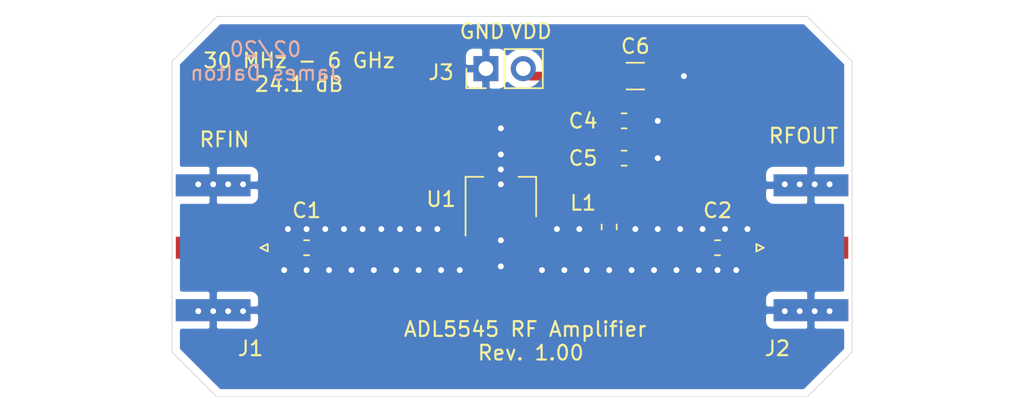
<source format=kicad_pcb>
(kicad_pcb (version 20171130) (host pcbnew "(5.1.5)-3")

  (general
    (thickness 1.6)
    (drawings 15)
    (tracks 84)
    (zones 0)
    (modules 10)
    (nets 7)
  )

  (page A4)
  (layers
    (0 F.Cu signal)
    (31 B.Cu signal hide)
    (32 B.Adhes user)
    (33 F.Adhes user)
    (34 B.Paste user)
    (35 F.Paste user)
    (36 B.SilkS user)
    (37 F.SilkS user)
    (38 B.Mask user)
    (39 F.Mask user)
    (40 Dwgs.User user)
    (41 Cmts.User user)
    (42 Eco1.User user)
    (43 Eco2.User user)
    (44 Edge.Cuts user)
    (45 Margin user)
    (46 B.CrtYd user)
    (47 F.CrtYd user)
    (48 B.Fab user)
    (49 F.Fab user)
  )

  (setup
    (last_trace_width 0.25)
    (trace_clearance 0.2)
    (zone_clearance 0.508)
    (zone_45_only no)
    (trace_min 0.006)
    (via_size 0.8)
    (via_drill 0.4)
    (via_min_size 0.02)
    (via_min_drill 0.01)
    (uvia_size 0.3)
    (uvia_drill 0.1)
    (uvias_allowed no)
    (uvia_min_size 0.2)
    (uvia_min_drill 0.1)
    (edge_width 0.05)
    (segment_width 0.2)
    (pcb_text_width 0.3)
    (pcb_text_size 1.5 1.5)
    (mod_edge_width 0.12)
    (mod_text_size 1 1)
    (mod_text_width 0.15)
    (pad_size 1.524 1.524)
    (pad_drill 0.762)
    (pad_to_mask_clearance 0.0508)
    (solder_mask_min_width 0.101)
    (aux_axis_origin 0 0)
    (visible_elements 7FFFFFFF)
    (pcbplotparams
      (layerselection 0x010fc_ffffffff)
      (usegerberextensions false)
      (usegerberattributes false)
      (usegerberadvancedattributes false)
      (creategerberjobfile false)
      (excludeedgelayer true)
      (linewidth 0.100000)
      (plotframeref false)
      (viasonmask false)
      (mode 1)
      (useauxorigin false)
      (hpglpennumber 1)
      (hpglpenspeed 20)
      (hpglpendiameter 15.000000)
      (psnegative false)
      (psa4output false)
      (plotreference true)
      (plotvalue true)
      (plotinvisibletext false)
      (padsonsilk false)
      (subtractmaskfromsilk false)
      (outputformat 1)
      (mirror false)
      (drillshape 0)
      (scaleselection 1)
      (outputdirectory "gerber/"))
  )

  (net 0 "")
  (net 1 "Net-(C1-Pad1)")
  (net 2 GND)
  (net 3 "Net-(C2-Pad2)")
  (net 4 "Net-(C1-Pad2)")
  (net 5 "Net-(C2-Pad1)")
  (net 6 +5V)

  (net_class Default "This is the default net class."
    (clearance 0.2)
    (trace_width 0.25)
    (via_dia 0.8)
    (via_drill 0.4)
    (uvia_dia 0.3)
    (uvia_drill 0.1)
  )

  (net_class Power ""
    (clearance 0.2)
    (trace_width 0.6)
    (via_dia 0.8)
    (via_drill 0.4)
    (uvia_dia 0.3)
    (uvia_drill 0.1)
    (add_net +5V)
    (add_net GND)
  )

  (net_class RF ""
    (clearance 0.2)
    (trace_width 1.3)
    (via_dia 0.8)
    (via_drill 0.4)
    (uvia_dia 0.3)
    (uvia_drill 0.1)
    (add_net "Net-(C1-Pad1)")
    (add_net "Net-(C1-Pad2)")
    (add_net "Net-(C2-Pad1)")
    (add_net "Net-(C2-Pad2)")
  )

  (module Connector_Coaxial:SMA_Amphenol_132289_EdgeMount (layer F.Cu) (tedit 5A1C1810) (tstamp 5E45506D)
    (at 92.71 142.24 180)
    (descr http://www.amphenolrf.com/132289.html)
    (tags SMA)
    (path /5E452B15)
    (attr smd)
    (fp_text reference J1 (at -2.54 -6.858 180) (layer F.SilkS)
      (effects (font (size 1 1) (thickness 0.15)))
    )
    (fp_text value Conn_Coaxial (at 5 6) (layer F.Fab)
      (effects (font (size 1 1) (thickness 0.15)))
    )
    (fp_line (start -3.71 0.25) (end -3.21 0) (layer F.SilkS) (width 0.12))
    (fp_line (start -3.71 -0.25) (end -3.71 0.25) (layer F.SilkS) (width 0.12))
    (fp_line (start -3.21 0) (end -3.71 -0.25) (layer F.SilkS) (width 0.12))
    (fp_line (start 3.54 0) (end 2.54 0.75) (layer F.Fab) (width 0.1))
    (fp_line (start 2.54 -0.75) (end 3.54 0) (layer F.Fab) (width 0.1))
    (fp_text user %R (at 4.79 0 270) (layer F.Fab)
      (effects (font (size 1 1) (thickness 0.15)))
    )
    (fp_line (start 14.47 -5.58) (end -3.04 -5.58) (layer F.CrtYd) (width 0.05))
    (fp_line (start 14.47 -5.58) (end 14.47 5.58) (layer F.CrtYd) (width 0.05))
    (fp_line (start 14.47 5.58) (end -3.04 5.58) (layer F.CrtYd) (width 0.05))
    (fp_line (start -3.04 5.58) (end -3.04 -5.58) (layer F.CrtYd) (width 0.05))
    (fp_line (start 14.47 -5.58) (end -3.04 -5.58) (layer B.CrtYd) (width 0.05))
    (fp_line (start 14.47 -5.58) (end 14.47 5.58) (layer B.CrtYd) (width 0.05))
    (fp_line (start 14.47 5.58) (end -3.04 5.58) (layer B.CrtYd) (width 0.05))
    (fp_line (start -3.04 5.58) (end -3.04 -5.58) (layer B.CrtYd) (width 0.05))
    (fp_line (start 4.445 -3.81) (end 13.97 -3.81) (layer F.Fab) (width 0.1))
    (fp_line (start 13.97 -3.81) (end 13.97 3.81) (layer F.Fab) (width 0.1))
    (fp_line (start 13.97 3.81) (end 4.445 3.81) (layer F.Fab) (width 0.1))
    (fp_line (start 4.445 5.08) (end 4.445 3.81) (layer F.Fab) (width 0.1))
    (fp_line (start 4.445 -3.81) (end 4.445 -5.08) (layer F.Fab) (width 0.1))
    (fp_line (start -1.91 -5.08) (end 4.445 -5.08) (layer F.Fab) (width 0.1))
    (fp_line (start -1.91 -5.08) (end -1.91 -3.81) (layer F.Fab) (width 0.1))
    (fp_line (start -1.91 -3.81) (end 2.54 -3.81) (layer F.Fab) (width 0.1))
    (fp_line (start 2.54 -3.81) (end 2.54 3.81) (layer F.Fab) (width 0.1))
    (fp_line (start 2.54 3.81) (end -1.91 3.81) (layer F.Fab) (width 0.1))
    (fp_line (start -1.91 3.81) (end -1.91 5.08) (layer F.Fab) (width 0.1))
    (fp_line (start -1.91 5.08) (end 4.445 5.08) (layer F.Fab) (width 0.1))
    (pad 2 smd rect (at 0 4.25 270) (size 1.5 5.08) (layers B.Cu B.Paste B.Mask)
      (net 2 GND))
    (pad 2 smd rect (at 0 -4.25 270) (size 1.5 5.08) (layers B.Cu B.Paste B.Mask)
      (net 2 GND))
    (pad 2 smd rect (at 0 4.25 270) (size 1.5 5.08) (layers F.Cu F.Paste F.Mask)
      (net 2 GND))
    (pad 2 smd rect (at 0 -4.25 270) (size 1.5 5.08) (layers F.Cu F.Paste F.Mask)
      (net 2 GND))
    (pad 1 smd rect (at 0 0 270) (size 1.5 5.08) (layers F.Cu F.Paste F.Mask)
      (net 4 "Net-(C1-Pad2)"))
    (model ${KISYS3DMOD}/Connector_Coaxial.3dshapes/SMA_Amphenol_132289_EdgeMount.wrl
      (at (xyz 0 0 0))
      (scale (xyz 1 1 1))
      (rotate (xyz 0 0 0))
    )
  )

  (module Capacitor_SMD:C_0603_1608Metric_Pad1.05x0.95mm_HandSolder (layer F.Cu) (tedit 5B301BBE) (tstamp 5E4534AA)
    (at 99.06 142.24 180)
    (descr "Capacitor SMD 0603 (1608 Metric), square (rectangular) end terminal, IPC_7351 nominal with elongated pad for handsoldering. (Body size source: http://www.tortai-tech.com/upload/download/2011102023233369053.pdf), generated with kicad-footprint-generator")
    (tags "capacitor handsolder")
    (path /5E459F64)
    (attr smd)
    (fp_text reference C1 (at 0 2.54 180) (layer F.SilkS)
      (effects (font (size 1 1) (thickness 0.15)))
    )
    (fp_text value 100p (at 0 1.43) (layer F.Fab)
      (effects (font (size 1 1) (thickness 0.15)))
    )
    (fp_line (start -0.8 0.4) (end -0.8 -0.4) (layer F.Fab) (width 0.1))
    (fp_line (start -0.8 -0.4) (end 0.8 -0.4) (layer F.Fab) (width 0.1))
    (fp_line (start 0.8 -0.4) (end 0.8 0.4) (layer F.Fab) (width 0.1))
    (fp_line (start 0.8 0.4) (end -0.8 0.4) (layer F.Fab) (width 0.1))
    (fp_line (start -0.171267 -0.51) (end 0.171267 -0.51) (layer F.SilkS) (width 0.12))
    (fp_line (start -0.171267 0.51) (end 0.171267 0.51) (layer F.SilkS) (width 0.12))
    (fp_line (start -1.65 0.73) (end -1.65 -0.73) (layer F.CrtYd) (width 0.05))
    (fp_line (start -1.65 -0.73) (end 1.65 -0.73) (layer F.CrtYd) (width 0.05))
    (fp_line (start 1.65 -0.73) (end 1.65 0.73) (layer F.CrtYd) (width 0.05))
    (fp_line (start 1.65 0.73) (end -1.65 0.73) (layer F.CrtYd) (width 0.05))
    (fp_text user %R (at 0 0) (layer F.Fab)
      (effects (font (size 0.4 0.4) (thickness 0.06)))
    )
    (pad 1 smd roundrect (at -0.875 0 180) (size 1.05 0.95) (layers F.Cu F.Paste F.Mask) (roundrect_rratio 0.25)
      (net 1 "Net-(C1-Pad1)"))
    (pad 2 smd roundrect (at 0.875 0 180) (size 1.05 0.95) (layers F.Cu F.Paste F.Mask) (roundrect_rratio 0.25)
      (net 4 "Net-(C1-Pad2)"))
    (model ${KISYS3DMOD}/Capacitor_SMD.3dshapes/C_0603_1608Metric.wrl
      (at (xyz 0 0 0))
      (scale (xyz 1 1 1))
      (rotate (xyz 0 0 0))
    )
  )

  (module Capacitor_SMD:C_0603_1608Metric_Pad1.05x0.95mm_HandSolder (layer F.Cu) (tedit 5B301BBE) (tstamp 5E451D36)
    (at 127 142.24 180)
    (descr "Capacitor SMD 0603 (1608 Metric), square (rectangular) end terminal, IPC_7351 nominal with elongated pad for handsoldering. (Body size source: http://www.tortai-tech.com/upload/download/2011102023233369053.pdf), generated with kicad-footprint-generator")
    (tags "capacitor handsolder")
    (path /5E45D78C)
    (attr smd)
    (fp_text reference C2 (at 0 2.54) (layer F.SilkS)
      (effects (font (size 1 1) (thickness 0.15)))
    )
    (fp_text value 100p (at 0 1.43) (layer F.Fab)
      (effects (font (size 1 1) (thickness 0.15)))
    )
    (fp_text user %R (at 0 0) (layer F.Fab)
      (effects (font (size 0.4 0.4) (thickness 0.06)))
    )
    (fp_line (start 1.65 0.73) (end -1.65 0.73) (layer F.CrtYd) (width 0.05))
    (fp_line (start 1.65 -0.73) (end 1.65 0.73) (layer F.CrtYd) (width 0.05))
    (fp_line (start -1.65 -0.73) (end 1.65 -0.73) (layer F.CrtYd) (width 0.05))
    (fp_line (start -1.65 0.73) (end -1.65 -0.73) (layer F.CrtYd) (width 0.05))
    (fp_line (start -0.171267 0.51) (end 0.171267 0.51) (layer F.SilkS) (width 0.12))
    (fp_line (start -0.171267 -0.51) (end 0.171267 -0.51) (layer F.SilkS) (width 0.12))
    (fp_line (start 0.8 0.4) (end -0.8 0.4) (layer F.Fab) (width 0.1))
    (fp_line (start 0.8 -0.4) (end 0.8 0.4) (layer F.Fab) (width 0.1))
    (fp_line (start -0.8 -0.4) (end 0.8 -0.4) (layer F.Fab) (width 0.1))
    (fp_line (start -0.8 0.4) (end -0.8 -0.4) (layer F.Fab) (width 0.1))
    (pad 2 smd roundrect (at 0.875 0 180) (size 1.05 0.95) (layers F.Cu F.Paste F.Mask) (roundrect_rratio 0.25)
      (net 3 "Net-(C2-Pad2)"))
    (pad 1 smd roundrect (at -0.875 0 180) (size 1.05 0.95) (layers F.Cu F.Paste F.Mask) (roundrect_rratio 0.25)
      (net 5 "Net-(C2-Pad1)"))
    (model ${KISYS3DMOD}/Capacitor_SMD.3dshapes/C_0603_1608Metric.wrl
      (at (xyz 0 0 0))
      (scale (xyz 1 1 1))
      (rotate (xyz 0 0 0))
    )
  )

  (module Capacitor_SMD:C_0603_1608Metric_Pad1.05x0.95mm_HandSolder (layer F.Cu) (tedit 5B301BBE) (tstamp 5E451DC6)
    (at 120.65 133.604 180)
    (descr "Capacitor SMD 0603 (1608 Metric), square (rectangular) end terminal, IPC_7351 nominal with elongated pad for handsoldering. (Body size source: http://www.tortai-tech.com/upload/download/2011102023233369053.pdf), generated with kicad-footprint-generator")
    (tags "capacitor handsolder")
    (path /5E462925)
    (attr smd)
    (fp_text reference C4 (at 2.794 0) (layer F.SilkS)
      (effects (font (size 1 1) (thickness 0.15)))
    )
    (fp_text value 100p (at 0 1.43) (layer F.Fab)
      (effects (font (size 1 1) (thickness 0.15)))
    )
    (fp_line (start -0.8 0.4) (end -0.8 -0.4) (layer F.Fab) (width 0.1))
    (fp_line (start -0.8 -0.4) (end 0.8 -0.4) (layer F.Fab) (width 0.1))
    (fp_line (start 0.8 -0.4) (end 0.8 0.4) (layer F.Fab) (width 0.1))
    (fp_line (start 0.8 0.4) (end -0.8 0.4) (layer F.Fab) (width 0.1))
    (fp_line (start -0.171267 -0.51) (end 0.171267 -0.51) (layer F.SilkS) (width 0.12))
    (fp_line (start -0.171267 0.51) (end 0.171267 0.51) (layer F.SilkS) (width 0.12))
    (fp_line (start -1.65 0.73) (end -1.65 -0.73) (layer F.CrtYd) (width 0.05))
    (fp_line (start -1.65 -0.73) (end 1.65 -0.73) (layer F.CrtYd) (width 0.05))
    (fp_line (start 1.65 -0.73) (end 1.65 0.73) (layer F.CrtYd) (width 0.05))
    (fp_line (start 1.65 0.73) (end -1.65 0.73) (layer F.CrtYd) (width 0.05))
    (fp_text user %R (at 0 0) (layer F.Fab)
      (effects (font (size 0.4 0.4) (thickness 0.06)))
    )
    (pad 1 smd roundrect (at -0.875 0 180) (size 1.05 0.95) (layers F.Cu F.Paste F.Mask) (roundrect_rratio 0.25)
      (net 2 GND))
    (pad 2 smd roundrect (at 0.875 0 180) (size 1.05 0.95) (layers F.Cu F.Paste F.Mask) (roundrect_rratio 0.25)
      (net 6 +5V))
    (model ${KISYS3DMOD}/Capacitor_SMD.3dshapes/C_0603_1608Metric.wrl
      (at (xyz 0 0 0))
      (scale (xyz 1 1 1))
      (rotate (xyz 0 0 0))
    )
  )

  (module Capacitor_SMD:C_0603_1608Metric_Pad1.05x0.95mm_HandSolder (layer F.Cu) (tedit 5B301BBE) (tstamp 5E45388B)
    (at 120.65 136.144 180)
    (descr "Capacitor SMD 0603 (1608 Metric), square (rectangular) end terminal, IPC_7351 nominal with elongated pad for handsoldering. (Body size source: http://www.tortai-tech.com/upload/download/2011102023233369053.pdf), generated with kicad-footprint-generator")
    (tags "capacitor handsolder")
    (path /5E462D74)
    (attr smd)
    (fp_text reference C5 (at 2.794 0) (layer F.SilkS)
      (effects (font (size 1 1) (thickness 0.15)))
    )
    (fp_text value 1n (at 0 1.43) (layer F.Fab)
      (effects (font (size 1 1) (thickness 0.15)))
    )
    (fp_text user %R (at 0 0) (layer F.Fab)
      (effects (font (size 0.4 0.4) (thickness 0.06)))
    )
    (fp_line (start 1.65 0.73) (end -1.65 0.73) (layer F.CrtYd) (width 0.05))
    (fp_line (start 1.65 -0.73) (end 1.65 0.73) (layer F.CrtYd) (width 0.05))
    (fp_line (start -1.65 -0.73) (end 1.65 -0.73) (layer F.CrtYd) (width 0.05))
    (fp_line (start -1.65 0.73) (end -1.65 -0.73) (layer F.CrtYd) (width 0.05))
    (fp_line (start -0.171267 0.51) (end 0.171267 0.51) (layer F.SilkS) (width 0.12))
    (fp_line (start -0.171267 -0.51) (end 0.171267 -0.51) (layer F.SilkS) (width 0.12))
    (fp_line (start 0.8 0.4) (end -0.8 0.4) (layer F.Fab) (width 0.1))
    (fp_line (start 0.8 -0.4) (end 0.8 0.4) (layer F.Fab) (width 0.1))
    (fp_line (start -0.8 -0.4) (end 0.8 -0.4) (layer F.Fab) (width 0.1))
    (fp_line (start -0.8 0.4) (end -0.8 -0.4) (layer F.Fab) (width 0.1))
    (pad 2 smd roundrect (at 0.875 0 180) (size 1.05 0.95) (layers F.Cu F.Paste F.Mask) (roundrect_rratio 0.25)
      (net 6 +5V))
    (pad 1 smd roundrect (at -0.875 0 180) (size 1.05 0.95) (layers F.Cu F.Paste F.Mask) (roundrect_rratio 0.25)
      (net 2 GND))
    (model ${KISYS3DMOD}/Capacitor_SMD.3dshapes/C_0603_1608Metric.wrl
      (at (xyz 0 0 0))
      (scale (xyz 1 1 1))
      (rotate (xyz 0 0 0))
    )
  )

  (module Capacitor_SMD:C_1206_3216Metric_Pad1.42x1.75mm_HandSolder (layer F.Cu) (tedit 5B301BBE) (tstamp 5E451D06)
    (at 121.412 130.556 180)
    (descr "Capacitor SMD 1206 (3216 Metric), square (rectangular) end terminal, IPC_7351 nominal with elongated pad for handsoldering. (Body size source: http://www.tortai-tech.com/upload/download/2011102023233369053.pdf), generated with kicad-footprint-generator")
    (tags "capacitor handsolder")
    (path /5E462F65)
    (attr smd)
    (fp_text reference C6 (at 0 2.032 180) (layer F.SilkS)
      (effects (font (size 1 1) (thickness 0.15)))
    )
    (fp_text value 10u (at 0 1.82) (layer F.Fab)
      (effects (font (size 1 1) (thickness 0.15)))
    )
    (fp_line (start -1.6 0.8) (end -1.6 -0.8) (layer F.Fab) (width 0.1))
    (fp_line (start -1.6 -0.8) (end 1.6 -0.8) (layer F.Fab) (width 0.1))
    (fp_line (start 1.6 -0.8) (end 1.6 0.8) (layer F.Fab) (width 0.1))
    (fp_line (start 1.6 0.8) (end -1.6 0.8) (layer F.Fab) (width 0.1))
    (fp_line (start -0.602064 -0.91) (end 0.602064 -0.91) (layer F.SilkS) (width 0.12))
    (fp_line (start -0.602064 0.91) (end 0.602064 0.91) (layer F.SilkS) (width 0.12))
    (fp_line (start -2.45 1.12) (end -2.45 -1.12) (layer F.CrtYd) (width 0.05))
    (fp_line (start -2.45 -1.12) (end 2.45 -1.12) (layer F.CrtYd) (width 0.05))
    (fp_line (start 2.45 -1.12) (end 2.45 1.12) (layer F.CrtYd) (width 0.05))
    (fp_line (start 2.45 1.12) (end -2.45 1.12) (layer F.CrtYd) (width 0.05))
    (fp_text user %R (at 0 0) (layer F.Fab)
      (effects (font (size 0.8 0.8) (thickness 0.12)))
    )
    (pad 1 smd roundrect (at -1.4875 0 180) (size 1.425 1.75) (layers F.Cu F.Paste F.Mask) (roundrect_rratio 0.175439)
      (net 2 GND))
    (pad 2 smd roundrect (at 1.4875 0 180) (size 1.425 1.75) (layers F.Cu F.Paste F.Mask) (roundrect_rratio 0.175439)
      (net 6 +5V))
    (model ${KISYS3DMOD}/Capacitor_SMD.3dshapes/C_1206_3216Metric.wrl
      (at (xyz 0 0 0))
      (scale (xyz 1 1 1))
      (rotate (xyz 0 0 0))
    )
  )

  (module Connector_Coaxial:SMA_Amphenol_132289_EdgeMount (layer F.Cu) (tedit 5A1C1810) (tstamp 5E451C1C)
    (at 133.35 142.24)
    (descr http://www.amphenolrf.com/132289.html)
    (tags SMA)
    (path /5E451C91)
    (attr smd)
    (fp_text reference J2 (at -2.286 6.858 180) (layer F.SilkS)
      (effects (font (size 1 1) (thickness 0.15)))
    )
    (fp_text value Conn_Coaxial (at 5 6) (layer F.Fab)
      (effects (font (size 1 1) (thickness 0.15)))
    )
    (fp_line (start -1.91 5.08) (end 4.445 5.08) (layer F.Fab) (width 0.1))
    (fp_line (start -1.91 3.81) (end -1.91 5.08) (layer F.Fab) (width 0.1))
    (fp_line (start 2.54 3.81) (end -1.91 3.81) (layer F.Fab) (width 0.1))
    (fp_line (start 2.54 -3.81) (end 2.54 3.81) (layer F.Fab) (width 0.1))
    (fp_line (start -1.91 -3.81) (end 2.54 -3.81) (layer F.Fab) (width 0.1))
    (fp_line (start -1.91 -5.08) (end -1.91 -3.81) (layer F.Fab) (width 0.1))
    (fp_line (start -1.91 -5.08) (end 4.445 -5.08) (layer F.Fab) (width 0.1))
    (fp_line (start 4.445 -3.81) (end 4.445 -5.08) (layer F.Fab) (width 0.1))
    (fp_line (start 4.445 5.08) (end 4.445 3.81) (layer F.Fab) (width 0.1))
    (fp_line (start 13.97 3.81) (end 4.445 3.81) (layer F.Fab) (width 0.1))
    (fp_line (start 13.97 -3.81) (end 13.97 3.81) (layer F.Fab) (width 0.1))
    (fp_line (start 4.445 -3.81) (end 13.97 -3.81) (layer F.Fab) (width 0.1))
    (fp_line (start -3.04 5.58) (end -3.04 -5.58) (layer B.CrtYd) (width 0.05))
    (fp_line (start 14.47 5.58) (end -3.04 5.58) (layer B.CrtYd) (width 0.05))
    (fp_line (start 14.47 -5.58) (end 14.47 5.58) (layer B.CrtYd) (width 0.05))
    (fp_line (start 14.47 -5.58) (end -3.04 -5.58) (layer B.CrtYd) (width 0.05))
    (fp_line (start -3.04 5.58) (end -3.04 -5.58) (layer F.CrtYd) (width 0.05))
    (fp_line (start 14.47 5.58) (end -3.04 5.58) (layer F.CrtYd) (width 0.05))
    (fp_line (start 14.47 -5.58) (end 14.47 5.58) (layer F.CrtYd) (width 0.05))
    (fp_line (start 14.47 -5.58) (end -3.04 -5.58) (layer F.CrtYd) (width 0.05))
    (fp_text user %R (at 4.79 0 270) (layer F.Fab)
      (effects (font (size 1 1) (thickness 0.15)))
    )
    (fp_line (start 2.54 -0.75) (end 3.54 0) (layer F.Fab) (width 0.1))
    (fp_line (start 3.54 0) (end 2.54 0.75) (layer F.Fab) (width 0.1))
    (fp_line (start -3.21 0) (end -3.71 -0.25) (layer F.SilkS) (width 0.12))
    (fp_line (start -3.71 -0.25) (end -3.71 0.25) (layer F.SilkS) (width 0.12))
    (fp_line (start -3.71 0.25) (end -3.21 0) (layer F.SilkS) (width 0.12))
    (pad 1 smd rect (at 0 0 90) (size 1.5 5.08) (layers F.Cu F.Paste F.Mask)
      (net 5 "Net-(C2-Pad1)"))
    (pad 2 smd rect (at 0 -4.25 90) (size 1.5 5.08) (layers F.Cu F.Paste F.Mask)
      (net 2 GND))
    (pad 2 smd rect (at 0 4.25 90) (size 1.5 5.08) (layers F.Cu F.Paste F.Mask)
      (net 2 GND))
    (pad 2 smd rect (at 0 -4.25 90) (size 1.5 5.08) (layers B.Cu B.Paste B.Mask)
      (net 2 GND))
    (pad 2 smd rect (at 0 4.25 90) (size 1.5 5.08) (layers B.Cu B.Paste B.Mask)
      (net 2 GND))
    (model ${KISYS3DMOD}/Connector_Coaxial.3dshapes/SMA_Amphenol_132289_EdgeMount.wrl
      (at (xyz 0 0 0))
      (scale (xyz 1 1 1))
      (rotate (xyz 0 0 0))
    )
  )

  (module Inductor_SMD:L_0603_1608Metric_Pad1.05x0.95mm_HandSolder (layer F.Cu) (tedit 5B301BBE) (tstamp 5E453796)
    (at 119.634 140.829 270)
    (descr "Capacitor SMD 0603 (1608 Metric), square (rectangular) end terminal, IPC_7351 nominal with elongated pad for handsoldering. (Body size source: http://www.tortai-tech.com/upload/download/2011102023233369053.pdf), generated with kicad-footprint-generator")
    (tags "inductor handsolder")
    (path /5E463F2F)
    (attr smd)
    (fp_text reference L1 (at -1.637 1.778 180) (layer F.SilkS)
      (effects (font (size 1 1) (thickness 0.15)))
    )
    (fp_text value 100n (at 0 1.43 90) (layer F.Fab)
      (effects (font (size 1 1) (thickness 0.15)))
    )
    (fp_line (start -0.8 0.4) (end -0.8 -0.4) (layer F.Fab) (width 0.1))
    (fp_line (start -0.8 -0.4) (end 0.8 -0.4) (layer F.Fab) (width 0.1))
    (fp_line (start 0.8 -0.4) (end 0.8 0.4) (layer F.Fab) (width 0.1))
    (fp_line (start 0.8 0.4) (end -0.8 0.4) (layer F.Fab) (width 0.1))
    (fp_line (start -0.171267 -0.51) (end 0.171267 -0.51) (layer F.SilkS) (width 0.12))
    (fp_line (start -0.171267 0.51) (end 0.171267 0.51) (layer F.SilkS) (width 0.12))
    (fp_line (start -1.65 0.73) (end -1.65 -0.73) (layer F.CrtYd) (width 0.05))
    (fp_line (start -1.65 -0.73) (end 1.65 -0.73) (layer F.CrtYd) (width 0.05))
    (fp_line (start 1.65 -0.73) (end 1.65 0.73) (layer F.CrtYd) (width 0.05))
    (fp_line (start 1.65 0.73) (end -1.65 0.73) (layer F.CrtYd) (width 0.05))
    (fp_text user %R (at 0 0 90) (layer F.Fab)
      (effects (font (size 0.4 0.4) (thickness 0.06)))
    )
    (pad 1 smd roundrect (at -0.875 0 270) (size 1.05 0.95) (layers F.Cu F.Paste F.Mask) (roundrect_rratio 0.25)
      (net 6 +5V))
    (pad 2 smd roundrect (at 0.875 0 270) (size 1.05 0.95) (layers F.Cu F.Paste F.Mask) (roundrect_rratio 0.25)
      (net 3 "Net-(C2-Pad2)"))
    (model ${KISYS3DMOD}/Inductor_SMD.3dshapes/L_0603_1608Metric.wrl
      (at (xyz 0 0 0))
      (scale (xyz 1 1 1))
      (rotate (xyz 0 0 0))
    )
  )

  (module Package_TO_SOT_SMD:SOT-89-3_Handsoldering (layer F.Cu) (tedit 5A02FF57) (tstamp 5E451FB0)
    (at 112.268 139.192 90)
    (descr "SOT-89-3 Handsoldering")
    (tags "SOT-89-3 Handsoldering")
    (path /5E450A8C)
    (attr smd)
    (fp_text reference U1 (at 0.254 -4.064 180) (layer F.SilkS)
      (effects (font (size 1 1) (thickness 0.15)))
    )
    (fp_text value ADL5545 (at 0.5 3.15 90) (layer F.Fab)
      (effects (font (size 1 1) (thickness 0.15)))
    )
    (fp_text user %R (at 0.38 0) (layer F.Fab)
      (effects (font (size 0.6 0.6) (thickness 0.09)))
    )
    (fp_line (start -3.5 2.55) (end 4.25 2.55) (layer F.CrtYd) (width 0.05))
    (fp_line (start 4.25 2.55) (end 4.25 -2.55) (layer F.CrtYd) (width 0.05))
    (fp_line (start 4.25 -2.55) (end -3.5 -2.55) (layer F.CrtYd) (width 0.05))
    (fp_line (start -3.5 -2.55) (end -3.5 2.55) (layer F.CrtYd) (width 0.05))
    (fp_line (start 1.78 1.2) (end 1.78 2.4) (layer F.SilkS) (width 0.12))
    (fp_line (start 1.78 2.4) (end -0.92 2.4) (layer F.SilkS) (width 0.12))
    (fp_line (start -2.22 -2.4) (end 1.78 -2.4) (layer F.SilkS) (width 0.12))
    (fp_line (start 1.78 -2.4) (end 1.78 -1.2) (layer F.SilkS) (width 0.12))
    (fp_line (start -0.92 -1.51) (end -0.13 -2.3) (layer F.Fab) (width 0.1))
    (fp_line (start 1.68 -2.3) (end 1.68 2.3) (layer F.Fab) (width 0.1))
    (fp_line (start 1.68 2.3) (end -0.92 2.3) (layer F.Fab) (width 0.1))
    (fp_line (start -0.92 2.3) (end -0.92 -1.51) (layer F.Fab) (width 0.1))
    (fp_line (start -0.13 -2.3) (end 1.68 -2.3) (layer F.Fab) (width 0.1))
    (pad 1 smd rect (at -1.98 -1.5) (size 1 2.5) (layers F.Cu F.Paste F.Mask)
      (net 1 "Net-(C1-Pad1)"))
    (pad 2 smd rect (at -1.98 0) (size 1 2.5) (layers F.Cu F.Paste F.Mask)
      (net 2 GND))
    (pad 3 smd rect (at -1.98 1.5) (size 1 2.5) (layers F.Cu F.Paste F.Mask)
      (net 3 "Net-(C2-Pad2)"))
    (pad 2 smd rect (at 1.98 0) (size 2 4) (layers F.Cu F.Paste F.Mask)
      (net 2 GND))
    (pad 2 smd trapezoid (at -0.37 0 180) (size 1.5 0.75) (rect_delta 0 0.5 ) (layers F.Cu F.Paste F.Mask)
      (net 2 GND))
    (model ${KISYS3DMOD}/Package_TO_SOT_SMD.3dshapes/SOT-89-3.wrl
      (at (xyz 0 0 0))
      (scale (xyz 1 1 1))
      (rotate (xyz 0 0 0))
    )
  )

  (module Connector_PinHeader_2.54mm:PinHeader_1x02_P2.54mm_Vertical (layer F.Cu) (tedit 59FED5CC) (tstamp 5E454106)
    (at 111.252 130.048 90)
    (descr "Through hole straight pin header, 1x02, 2.54mm pitch, single row")
    (tags "Through hole pin header THT 1x02 2.54mm single row")
    (path /5E4721DF)
    (fp_text reference J3 (at -0.254 -3.048 180) (layer F.SilkS)
      (effects (font (size 1 1) (thickness 0.15)))
    )
    (fp_text value Conn_01x02 (at 0 4.87 90) (layer F.Fab)
      (effects (font (size 1 1) (thickness 0.15)))
    )
    (fp_line (start -0.635 -1.27) (end 1.27 -1.27) (layer F.Fab) (width 0.1))
    (fp_line (start 1.27 -1.27) (end 1.27 3.81) (layer F.Fab) (width 0.1))
    (fp_line (start 1.27 3.81) (end -1.27 3.81) (layer F.Fab) (width 0.1))
    (fp_line (start -1.27 3.81) (end -1.27 -0.635) (layer F.Fab) (width 0.1))
    (fp_line (start -1.27 -0.635) (end -0.635 -1.27) (layer F.Fab) (width 0.1))
    (fp_line (start -1.33 3.87) (end 1.33 3.87) (layer F.SilkS) (width 0.12))
    (fp_line (start -1.33 1.27) (end -1.33 3.87) (layer F.SilkS) (width 0.12))
    (fp_line (start 1.33 1.27) (end 1.33 3.87) (layer F.SilkS) (width 0.12))
    (fp_line (start -1.33 1.27) (end 1.33 1.27) (layer F.SilkS) (width 0.12))
    (fp_line (start -1.33 0) (end -1.33 -1.33) (layer F.SilkS) (width 0.12))
    (fp_line (start -1.33 -1.33) (end 0 -1.33) (layer F.SilkS) (width 0.12))
    (fp_line (start -1.8 -1.8) (end -1.8 4.35) (layer F.CrtYd) (width 0.05))
    (fp_line (start -1.8 4.35) (end 1.8 4.35) (layer F.CrtYd) (width 0.05))
    (fp_line (start 1.8 4.35) (end 1.8 -1.8) (layer F.CrtYd) (width 0.05))
    (fp_line (start 1.8 -1.8) (end -1.8 -1.8) (layer F.CrtYd) (width 0.05))
    (fp_text user %R (at 0 1.27) (layer F.Fab)
      (effects (font (size 1 1) (thickness 0.15)))
    )
    (pad 1 thru_hole rect (at 0 0 90) (size 1.7 1.7) (drill 1) (layers *.Cu *.Mask)
      (net 2 GND))
    (pad 2 thru_hole oval (at 0 2.54 90) (size 1.7 1.7) (drill 1) (layers *.Cu *.Mask)
      (net 6 +5V))
    (model ${KISYS3DMOD}/Connector_PinHeader_2.54mm.3dshapes/PinHeader_1x02_P2.54mm_Vertical.wrl
      (at (xyz 0 0 0))
      (scale (xyz 1 1 1))
      (rotate (xyz 0 0 0))
    )
  )

  (gr_line (start 89.916 149.352) (end 92.964 152.4) (layer Edge.Cuts) (width 0.05) (tstamp 5E45A510))
  (gr_line (start 133.096 152.4) (end 136.144 149.352) (layer Edge.Cuts) (width 0.05) (tstamp 5E45A4D1))
  (gr_line (start 133.096 126.492) (end 136.144 129.54) (layer Edge.Cuts) (width 0.05) (tstamp 5E45A4AC))
  (gr_line (start 89.916 129.54) (end 92.964 126.492) (layer Edge.Cuts) (width 0.05) (tstamp 5E45A485))
  (gr_line (start 92.964 152.4) (end 133.096 152.4) (layer Edge.Cuts) (width 0.05) (tstamp 5E45573A))
  (gr_line (start 89.916 129.54) (end 89.916 149.352) (layer Edge.Cuts) (width 0.05) (tstamp 5E455739))
  (gr_line (start 136.144 129.54) (end 136.144 149.352) (layer Edge.Cuts) (width 0.05) (tstamp 5E455738))
  (gr_line (start 92.964 126.492) (end 133.096 126.492) (layer Edge.Cuts) (width 0.05) (tstamp 5E455737))
  (gr_text "02/20\nJames Dalton" (at 96.266 129.54) (layer B.SilkS)
    (effects (font (size 1 1) (thickness 0.15)) (justify mirror))
  )
  (gr_text "30 MHz - 6 GHz\n24.1 dB" (at 98.552 130.302) (layer F.SilkS)
    (effects (font (size 1 1) (thickness 0.15)))
  )
  (gr_text "ADL5545 RF Amplifier \nRev. 1.00\n" (at 114.3 148.59) (layer F.SilkS)
    (effects (font (size 1 1) (thickness 0.15)))
  )
  (gr_text RFIN (at 93.472 134.874) (layer F.SilkS)
    (effects (font (size 1 1) (thickness 0.15)))
  )
  (gr_text RFOUT (at 132.842 134.62) (layer F.SilkS)
    (effects (font (size 1 1) (thickness 0.15)))
  )
  (gr_text GND (at 110.998 127.508) (layer F.SilkS)
    (effects (font (size 1 1) (thickness 0.15)))
  )
  (gr_text VDD (at 114.3 127.508) (layer F.SilkS)
    (effects (font (size 1 1) (thickness 0.15)))
  )

  (segment (start 109.7 142.24) (end 110.768 141.172) (width 1) (layer F.Cu) (net 1))
  (segment (start 99.935 142.24) (end 109.7 142.24) (width 1.3) (layer F.Cu) (net 1))
  (via (at 128.27 143.764) (size 0.8) (drill 0.4) (layers F.Cu B.Cu) (net 2))
  (via (at 127 143.764) (size 0.8) (drill 0.4) (layers F.Cu B.Cu) (net 2) (tstamp 5E455110))
  (via (at 121.158 143.764) (size 0.8) (drill 0.4) (layers F.Cu B.Cu) (net 2) (tstamp 5E455111))
  (via (at 118.11 143.764) (size 0.8) (drill 0.4) (layers F.Cu B.Cu) (net 2) (tstamp 5E455112))
  (via (at 115.062 143.764) (size 0.8) (drill 0.4) (layers F.Cu B.Cu) (net 2) (tstamp 5E455113))
  (via (at 124.206 143.764) (size 0.8) (drill 0.4) (layers F.Cu B.Cu) (net 2) (tstamp 5E455114))
  (via (at 116.586 143.764) (size 0.8) (drill 0.4) (layers F.Cu B.Cu) (net 2) (tstamp 5E455115))
  (via (at 122.682 143.764) (size 0.8) (drill 0.4) (layers F.Cu B.Cu) (net 2) (tstamp 5E455116))
  (via (at 119.634 143.764) (size 0.8) (drill 0.4) (layers F.Cu B.Cu) (net 2) (tstamp 5E455117))
  (via (at 125.73 143.764) (size 0.8) (drill 0.4) (layers F.Cu B.Cu) (net 2) (tstamp 5E455118))
  (via (at 116.078 140.97) (size 0.8) (drill 0.4) (layers F.Cu B.Cu) (net 2))
  (via (at 117.602 140.97) (size 0.8) (drill 0.4) (layers F.Cu B.Cu) (net 2))
  (via (at 121.412 140.97) (size 0.8) (drill 0.4) (layers F.Cu B.Cu) (net 2))
  (via (at 122.936 140.97) (size 0.8) (drill 0.4) (layers F.Cu B.Cu) (net 2))
  (via (at 124.46 140.97) (size 0.8) (drill 0.4) (layers F.Cu B.Cu) (net 2))
  (via (at 125.984 140.97) (size 0.8) (drill 0.4) (layers F.Cu B.Cu) (net 2))
  (via (at 127.508 140.97) (size 0.8) (drill 0.4) (layers F.Cu B.Cu) (net 2))
  (via (at 129.032 140.97) (size 0.8) (drill 0.4) (layers F.Cu B.Cu) (net 2))
  (via (at 106.68 140.97) (size 0.8) (drill 0.4) (layers F.Cu B.Cu) (net 2))
  (via (at 105.41 140.97) (size 0.8) (drill 0.4) (layers F.Cu B.Cu) (net 2))
  (via (at 104.14 140.97) (size 0.8) (drill 0.4) (layers F.Cu B.Cu) (net 2))
  (via (at 102.87 140.97) (size 0.8) (drill 0.4) (layers F.Cu B.Cu) (net 2))
  (via (at 101.6 140.97) (size 0.8) (drill 0.4) (layers F.Cu B.Cu) (net 2))
  (via (at 100.33 140.97) (size 0.8) (drill 0.4) (layers F.Cu B.Cu) (net 2))
  (via (at 99.06 140.97) (size 0.8) (drill 0.4) (layers F.Cu B.Cu) (net 2))
  (via (at 97.79 140.97) (size 0.8) (drill 0.4) (layers F.Cu B.Cu) (net 2))
  (via (at 107.95 140.97) (size 0.8) (drill 0.4) (layers F.Cu B.Cu) (net 2))
  (via (at 124.714 130.556) (size 0.8) (drill 0.4) (layers F.Cu B.Cu) (net 2))
  (via (at 122.936 133.604) (size 0.8) (drill 0.4) (layers F.Cu B.Cu) (net 2))
  (via (at 122.936 136.144) (size 0.8) (drill 0.4) (layers F.Cu B.Cu) (net 2))
  (via (at 91.694 146.558) (size 0.8) (drill 0.4) (layers F.Cu B.Cu) (net 2))
  (via (at 93.726 146.558) (size 0.8) (drill 0.4) (layers F.Cu B.Cu) (net 2))
  (via (at 91.694 137.922) (size 0.8) (drill 0.4) (layers F.Cu B.Cu) (net 2))
  (via (at 92.71 137.922) (size 0.8) (drill 0.4) (layers F.Cu B.Cu) (net 2))
  (via (at 93.726 137.922) (size 0.8) (drill 0.4) (layers F.Cu B.Cu) (net 2))
  (via (at 94.742 137.922) (size 0.8) (drill 0.4) (layers F.Cu B.Cu) (net 2))
  (via (at 134.62 146.558) (size 0.8) (drill 0.4) (layers F.Cu B.Cu) (net 2))
  (via (at 133.604 146.558) (size 0.8) (drill 0.4) (layers F.Cu B.Cu) (net 2))
  (via (at 132.588 146.558) (size 0.8) (drill 0.4) (layers F.Cu B.Cu) (net 2))
  (via (at 131.572 146.558) (size 0.8) (drill 0.4) (layers F.Cu B.Cu) (net 2))
  (via (at 134.62 137.922) (size 0.8) (drill 0.4) (layers F.Cu B.Cu) (net 2))
  (via (at 133.604 137.922) (size 0.8) (drill 0.4) (layers F.Cu B.Cu) (net 2))
  (via (at 132.588 137.922) (size 0.8) (drill 0.4) (layers F.Cu B.Cu) (net 2))
  (via (at 112.268 137.922) (size 0.8) (drill 0.4) (layers F.Cu B.Cu) (net 2))
  (via (at 131.572 137.922) (size 0.8) (drill 0.4) (layers F.Cu B.Cu) (net 2))
  (via (at 112.268 134.112) (size 0.8) (drill 0.4) (layers F.Cu B.Cu) (net 2))
  (via (at 112.268 143.51) (size 0.8) (drill 0.4) (layers F.Cu B.Cu) (net 2))
  (segment (start 112.268 143.51) (end 112.268 141.732) (width 0.6) (layer F.Cu) (net 2))
  (segment (start 112.268 134.112) (end 112.268 135.89) (width 0.6) (layer F.Cu) (net 2))
  (segment (start 112.268 135.89) (end 112.268 136.906) (width 0.6) (layer F.Cu) (net 2) (tstamp 5E454609))
  (via (at 112.268 135.89) (size 0.8) (drill 0.4) (layers F.Cu B.Cu) (net 2))
  (segment (start 112.268 136.906) (end 112.268 137.212) (width 0.6) (layer F.Cu) (net 2) (tstamp 5E45465B))
  (via (at 112.268 136.906) (size 0.8) (drill 0.4) (layers F.Cu B.Cu) (net 2))
  (segment (start 112.268 141.732) (end 112.268 141.172) (width 0.6) (layer F.Cu) (net 2) (tstamp 5E454695))
  (via (at 112.268 141.732) (size 0.8) (drill 0.4) (layers F.Cu B.Cu) (net 2))
  (segment (start 121.525 133.604) (end 122.936 133.604) (width 0.6) (layer F.Cu) (net 2))
  (segment (start 121.525 136.144) (end 122.936 136.144) (width 0.6) (layer F.Cu) (net 2))
  (segment (start 124.714 130.556) (end 122.8995 130.556) (width 0.6) (layer F.Cu) (net 2))
  (via (at 99.06 143.764) (size 0.8) (drill 0.4) (layers F.Cu B.Cu) (net 2))
  (via (at 100.584 143.764) (size 0.8) (drill 0.4) (layers F.Cu B.Cu) (net 2))
  (via (at 102.108 143.764) (size 0.8) (drill 0.4) (layers F.Cu B.Cu) (net 2))
  (via (at 103.632 143.764) (size 0.8) (drill 0.4) (layers F.Cu B.Cu) (net 2))
  (via (at 105.156 143.764) (size 0.8) (drill 0.4) (layers F.Cu B.Cu) (net 2))
  (via (at 106.68 143.764) (size 0.8) (drill 0.4) (layers F.Cu B.Cu) (net 2))
  (via (at 108.204 143.764) (size 0.8) (drill 0.4) (layers F.Cu B.Cu) (net 2))
  (via (at 109.474 143.764) (size 0.8) (drill 0.4) (layers F.Cu B.Cu) (net 2))
  (segment (start 112.268 141.732) (end 112.268 139.562) (width 0.6) (layer F.Cu) (net 2))
  (via (at 92.71 146.558) (size 0.8) (drill 0.4) (layers F.Cu B.Cu) (net 2) (status 1000000))
  (via (at 97.536 143.764) (size 0.8) (drill 0.4) (layers F.Cu B.Cu) (net 2) (status 1000000))
  (via (at 94.742 146.558) (size 0.8) (drill 0.4) (layers F.Cu B.Cu) (net 2) (status 1000000))
  (segment (start 114.836 142.24) (end 113.768 141.172) (width 1) (layer F.Cu) (net 3))
  (segment (start 126.125 142.24) (end 114.836 142.24) (width 1.3) (layer F.Cu) (net 3))
  (segment (start 98.185 142.24) (end 92.71 142.24) (width 1.3) (layer F.Cu) (net 4))
  (segment (start 127.875 142.24) (end 133.35 142.24) (width 1.3) (layer F.Cu) (net 5))
  (segment (start 119.9245 133.4545) (end 119.775 133.604) (width 0.25) (layer F.Cu) (net 6))
  (segment (start 119.9245 130.556) (end 119.9245 133.4545) (width 0.6) (layer F.Cu) (net 6))
  (segment (start 119.775 133.604) (end 119.775 136.144) (width 0.6) (layer F.Cu) (net 6))
  (segment (start 119.9245 130.556) (end 119.212 130.556) (width 0.25) (layer F.Cu) (net 6))
  (segment (start 114.3 130.556) (end 113.792 130.048) (width 0.6) (layer F.Cu) (net 6))
  (segment (start 119.9245 130.556) (end 114.3 130.556) (width 0.6) (layer F.Cu) (net 6))
  (segment (start 119.634 136.285) (end 119.775 136.144) (width 0.6) (layer F.Cu) (net 6))
  (segment (start 119.634 139.954) (end 119.634 136.285) (width 0.6) (layer F.Cu) (net 6))

  (zone (net 2) (net_name GND) (layer B.Cu) (tstamp 5E4556B9) (hatch edge 0.508)
    (connect_pads (clearance 0.508))
    (min_thickness 0.254)
    (fill yes (arc_segments 32) (thermal_gap 0.508) (thermal_bridge_width 0.508))
    (polygon
      (pts
        (xy 135.636 129.54) (xy 135.636 149.352) (xy 133.096 151.892) (xy 92.964 151.892) (xy 90.424 149.352)
        (xy 90.424 129.54) (xy 92.964 127) (xy 133.096 127)
      )
    )
    (filled_polygon
      (pts
        (xy 135.484 129.813381) (xy 135.484 136.602481) (xy 133.63575 136.605) (xy 133.477 136.76375) (xy 133.477 137.863)
        (xy 133.497 137.863) (xy 133.497 138.117) (xy 133.477 138.117) (xy 133.477 139.21625) (xy 133.63575 139.375)
        (xy 135.484 139.377519) (xy 135.484001 145.102481) (xy 133.63575 145.105) (xy 133.477 145.26375) (xy 133.477 146.363)
        (xy 133.497 146.363) (xy 133.497 146.617) (xy 133.477 146.617) (xy 133.477 147.71625) (xy 133.63575 147.875)
        (xy 135.484001 147.877519) (xy 135.484001 149.078618) (xy 132.82262 151.74) (xy 93.237381 151.74) (xy 90.576 149.07862)
        (xy 90.576 147.877519) (xy 92.42425 147.875) (xy 92.583 147.71625) (xy 92.583 146.617) (xy 92.837 146.617)
        (xy 92.837 147.71625) (xy 92.99575 147.875) (xy 95.25 147.878072) (xy 95.374482 147.865812) (xy 95.49418 147.829502)
        (xy 95.604494 147.770537) (xy 95.701185 147.691185) (xy 95.780537 147.594494) (xy 95.839502 147.48418) (xy 95.875812 147.364482)
        (xy 95.888072 147.24) (xy 130.171928 147.24) (xy 130.184188 147.364482) (xy 130.220498 147.48418) (xy 130.279463 147.594494)
        (xy 130.358815 147.691185) (xy 130.455506 147.770537) (xy 130.56582 147.829502) (xy 130.685518 147.865812) (xy 130.81 147.878072)
        (xy 133.06425 147.875) (xy 133.223 147.71625) (xy 133.223 146.617) (xy 130.33375 146.617) (xy 130.175 146.77575)
        (xy 130.171928 147.24) (xy 95.888072 147.24) (xy 95.885 146.77575) (xy 95.72625 146.617) (xy 92.837 146.617)
        (xy 92.583 146.617) (xy 92.563 146.617) (xy 92.563 146.363) (xy 92.583 146.363) (xy 92.583 145.26375)
        (xy 92.837 145.26375) (xy 92.837 146.363) (xy 95.72625 146.363) (xy 95.885 146.20425) (xy 95.888072 145.74)
        (xy 130.171928 145.74) (xy 130.175 146.20425) (xy 130.33375 146.363) (xy 133.223 146.363) (xy 133.223 145.26375)
        (xy 133.06425 145.105) (xy 130.81 145.101928) (xy 130.685518 145.114188) (xy 130.56582 145.150498) (xy 130.455506 145.209463)
        (xy 130.358815 145.288815) (xy 130.279463 145.385506) (xy 130.220498 145.49582) (xy 130.184188 145.615518) (xy 130.171928 145.74)
        (xy 95.888072 145.74) (xy 95.875812 145.615518) (xy 95.839502 145.49582) (xy 95.780537 145.385506) (xy 95.701185 145.288815)
        (xy 95.604494 145.209463) (xy 95.49418 145.150498) (xy 95.374482 145.114188) (xy 95.25 145.101928) (xy 92.99575 145.105)
        (xy 92.837 145.26375) (xy 92.583 145.26375) (xy 92.42425 145.105) (xy 90.576 145.102481) (xy 90.576 139.377519)
        (xy 92.42425 139.375) (xy 92.583 139.21625) (xy 92.583 138.117) (xy 92.837 138.117) (xy 92.837 139.21625)
        (xy 92.99575 139.375) (xy 95.25 139.378072) (xy 95.374482 139.365812) (xy 95.49418 139.329502) (xy 95.604494 139.270537)
        (xy 95.701185 139.191185) (xy 95.780537 139.094494) (xy 95.839502 138.98418) (xy 95.875812 138.864482) (xy 95.888072 138.74)
        (xy 130.171928 138.74) (xy 130.184188 138.864482) (xy 130.220498 138.98418) (xy 130.279463 139.094494) (xy 130.358815 139.191185)
        (xy 130.455506 139.270537) (xy 130.56582 139.329502) (xy 130.685518 139.365812) (xy 130.81 139.378072) (xy 133.06425 139.375)
        (xy 133.223 139.21625) (xy 133.223 138.117) (xy 130.33375 138.117) (xy 130.175 138.27575) (xy 130.171928 138.74)
        (xy 95.888072 138.74) (xy 95.885 138.27575) (xy 95.72625 138.117) (xy 92.837 138.117) (xy 92.583 138.117)
        (xy 92.563 138.117) (xy 92.563 137.863) (xy 92.583 137.863) (xy 92.583 136.76375) (xy 92.837 136.76375)
        (xy 92.837 137.863) (xy 95.72625 137.863) (xy 95.885 137.70425) (xy 95.888072 137.24) (xy 130.171928 137.24)
        (xy 130.175 137.70425) (xy 130.33375 137.863) (xy 133.223 137.863) (xy 133.223 136.76375) (xy 133.06425 136.605)
        (xy 130.81 136.601928) (xy 130.685518 136.614188) (xy 130.56582 136.650498) (xy 130.455506 136.709463) (xy 130.358815 136.788815)
        (xy 130.279463 136.885506) (xy 130.220498 136.99582) (xy 130.184188 137.115518) (xy 130.171928 137.24) (xy 95.888072 137.24)
        (xy 95.875812 137.115518) (xy 95.839502 136.99582) (xy 95.780537 136.885506) (xy 95.701185 136.788815) (xy 95.604494 136.709463)
        (xy 95.49418 136.650498) (xy 95.374482 136.614188) (xy 95.25 136.601928) (xy 92.99575 136.605) (xy 92.837 136.76375)
        (xy 92.583 136.76375) (xy 92.42425 136.605) (xy 90.576 136.602481) (xy 90.576 130.898) (xy 109.763928 130.898)
        (xy 109.776188 131.022482) (xy 109.812498 131.14218) (xy 109.871463 131.252494) (xy 109.950815 131.349185) (xy 110.047506 131.428537)
        (xy 110.15782 131.487502) (xy 110.277518 131.523812) (xy 110.402 131.536072) (xy 110.96625 131.533) (xy 111.125 131.37425)
        (xy 111.125 130.175) (xy 109.92575 130.175) (xy 109.767 130.33375) (xy 109.763928 130.898) (xy 90.576 130.898)
        (xy 90.576 129.81338) (xy 91.19138 129.198) (xy 109.763928 129.198) (xy 109.767 129.76225) (xy 109.92575 129.921)
        (xy 111.125 129.921) (xy 111.125 128.72175) (xy 111.379 128.72175) (xy 111.379 129.921) (xy 111.399 129.921)
        (xy 111.399 130.175) (xy 111.379 130.175) (xy 111.379 131.37425) (xy 111.53775 131.533) (xy 112.102 131.536072)
        (xy 112.226482 131.523812) (xy 112.34618 131.487502) (xy 112.456494 131.428537) (xy 112.553185 131.349185) (xy 112.632537 131.252494)
        (xy 112.691502 131.14218) (xy 112.713513 131.06962) (xy 112.845368 131.201475) (xy 113.088589 131.36399) (xy 113.358842 131.475932)
        (xy 113.64574 131.533) (xy 113.93826 131.533) (xy 114.225158 131.475932) (xy 114.495411 131.36399) (xy 114.738632 131.201475)
        (xy 114.945475 130.994632) (xy 115.10799 130.751411) (xy 115.219932 130.481158) (xy 115.277 130.19426) (xy 115.277 129.90174)
        (xy 115.219932 129.614842) (xy 115.10799 129.344589) (xy 114.945475 129.101368) (xy 114.738632 128.894525) (xy 114.495411 128.73201)
        (xy 114.225158 128.620068) (xy 113.93826 128.563) (xy 113.64574 128.563) (xy 113.358842 128.620068) (xy 113.088589 128.73201)
        (xy 112.845368 128.894525) (xy 112.713513 129.02638) (xy 112.691502 128.95382) (xy 112.632537 128.843506) (xy 112.553185 128.746815)
        (xy 112.456494 128.667463) (xy 112.34618 128.608498) (xy 112.226482 128.572188) (xy 112.102 128.559928) (xy 111.53775 128.563)
        (xy 111.379 128.72175) (xy 111.125 128.72175) (xy 110.96625 128.563) (xy 110.402 128.559928) (xy 110.277518 128.572188)
        (xy 110.15782 128.608498) (xy 110.047506 128.667463) (xy 109.950815 128.746815) (xy 109.871463 128.843506) (xy 109.812498 128.95382)
        (xy 109.776188 129.073518) (xy 109.763928 129.198) (xy 91.19138 129.198) (xy 93.237381 127.152) (xy 132.82262 127.152)
      )
    )
  )
  (zone (net 2) (net_name GND) (layer F.Cu) (tstamp 5E4556B6) (hatch edge 0.508)
    (connect_pads (clearance 0.508))
    (min_thickness 0.254)
    (fill yes (arc_segments 32) (thermal_gap 0.508) (thermal_bridge_width 0.508))
    (polygon
      (pts
        (xy 109.982 144.526) (xy 97.028 144.526) (xy 97.028 143.256) (xy 109.982 143.256)
      )
    )
    (filled_polygon
      (pts
        (xy 99.440873 143.432929) (xy 99.683096 143.506407) (xy 99.871877 143.525) (xy 109.763123 143.525) (xy 109.855 143.515951)
        (xy 109.855 144.399) (xy 97.155 144.399) (xy 97.155 143.525) (xy 98.248123 143.525) (xy 98.436904 143.506407)
        (xy 98.679127 143.432929) (xy 98.772538 143.383) (xy 99.347462 143.383)
      )
    )
  )
  (zone (net 2) (net_name GND) (layer F.Cu) (tstamp 5E4556B3) (hatch edge 0.508)
    (connect_pads (clearance 0.508))
    (min_thickness 0.254)
    (fill yes (arc_segments 32) (thermal_gap 0.508) (thermal_bridge_width 0.508))
    (polygon
      (pts
        (xy 127.508 144.526) (xy 114.554 144.526) (xy 114.554 143.256) (xy 127.508 143.256)
      )
    )
    (filled_polygon
      (pts
        (xy 127.380873 143.432929) (xy 127.381 143.432968) (xy 127.381 144.399) (xy 114.681 144.399) (xy 114.681 143.515951)
        (xy 114.772877 143.525) (xy 126.188123 143.525) (xy 126.376904 143.506407) (xy 126.619127 143.432929) (xy 126.712538 143.383)
        (xy 127.287462 143.383)
      )
    )
  )
  (zone (net 2) (net_name GND) (layer F.Cu) (tstamp 5E4556B0) (hatch edge 0.508)
    (connect_pads (clearance 0.508))
    (min_thickness 0.254)
    (fill yes (arc_segments 32) (thermal_gap 0.508) (thermal_bridge_width 0.508))
    (polygon
      (pts
        (xy 128.778 144.526) (xy 127.508 144.526) (xy 127.508 143.256) (xy 128.778 143.256)
      )
    )
    (filled_polygon
      (pts
        (xy 127.811877 143.525) (xy 128.651 143.525) (xy 128.651 144.399) (xy 127.635 144.399) (xy 127.635 143.507579)
      )
    )
  )
)

</source>
